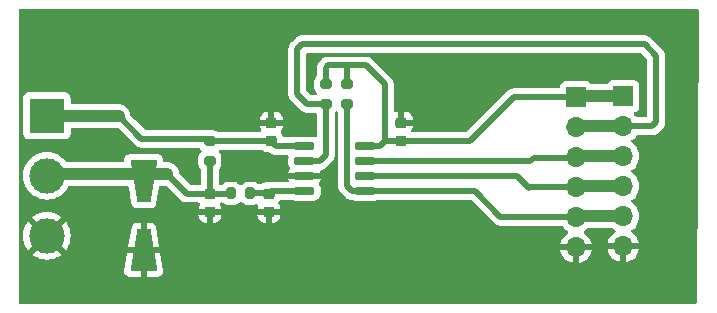
<source format=gbr>
%TF.GenerationSoftware,KiCad,Pcbnew,7.0.2*%
%TF.CreationDate,2023-10-12T22:53:16+02:00*%
%TF.ProjectId,tja1018-breakout,746a6131-3031-4382-9d62-7265616b6f75,rev?*%
%TF.SameCoordinates,Original*%
%TF.FileFunction,Copper,L1,Top*%
%TF.FilePolarity,Positive*%
%FSLAX46Y46*%
G04 Gerber Fmt 4.6, Leading zero omitted, Abs format (unit mm)*
G04 Created by KiCad (PCBNEW 7.0.2) date 2023-10-12 22:53:16*
%MOMM*%
%LPD*%
G01*
G04 APERTURE LIST*
G04 Aperture macros list*
%AMRoundRect*
0 Rectangle with rounded corners*
0 $1 Rounding radius*
0 $2 $3 $4 $5 $6 $7 $8 $9 X,Y pos of 4 corners*
0 Add a 4 corners polygon primitive as box body*
4,1,4,$2,$3,$4,$5,$6,$7,$8,$9,$2,$3,0*
0 Add four circle primitives for the rounded corners*
1,1,$1+$1,$2,$3*
1,1,$1+$1,$4,$5*
1,1,$1+$1,$6,$7*
1,1,$1+$1,$8,$9*
0 Add four rect primitives between the rounded corners*
20,1,$1+$1,$2,$3,$4,$5,0*
20,1,$1+$1,$4,$5,$6,$7,0*
20,1,$1+$1,$6,$7,$8,$9,0*
20,1,$1+$1,$8,$9,$2,$3,0*%
%AMOutline4P*
0 Free polygon, 4 corners , with rotation*
0 The origin of the aperture is its center*
0 number of corners: always 4*
0 $1 to $8 corner X, Y*
0 $9 Rotation angle, in degrees counterclockwise*
0 create outline with 4 corners*
4,1,4,$1,$2,$3,$4,$5,$6,$7,$8,$1,$2,$9*%
G04 Aperture macros list end*
%TA.AperFunction,ComponentPad*%
%ADD10R,1.700000X1.700000*%
%TD*%
%TA.AperFunction,ComponentPad*%
%ADD11O,1.700000X1.700000*%
%TD*%
%TA.AperFunction,SMDPad,CuDef*%
%ADD12Outline4P,-1.800000X-1.150000X1.800000X-0.550000X1.800000X0.550000X-1.800000X1.150000X90.000000*%
%TD*%
%TA.AperFunction,SMDPad,CuDef*%
%ADD13Outline4P,-1.800000X-1.150000X1.800000X-0.550000X1.800000X0.550000X-1.800000X1.150000X270.000000*%
%TD*%
%TA.AperFunction,SMDPad,CuDef*%
%ADD14RoundRect,0.200000X-0.275000X0.200000X-0.275000X-0.200000X0.275000X-0.200000X0.275000X0.200000X0*%
%TD*%
%TA.AperFunction,SMDPad,CuDef*%
%ADD15RoundRect,0.200000X-0.200000X-0.275000X0.200000X-0.275000X0.200000X0.275000X-0.200000X0.275000X0*%
%TD*%
%TA.AperFunction,SMDPad,CuDef*%
%ADD16RoundRect,0.150000X-0.725000X-0.150000X0.725000X-0.150000X0.725000X0.150000X-0.725000X0.150000X0*%
%TD*%
%TA.AperFunction,ComponentPad*%
%ADD17R,3.000000X3.000000*%
%TD*%
%TA.AperFunction,ComponentPad*%
%ADD18C,3.000000*%
%TD*%
%TA.AperFunction,SMDPad,CuDef*%
%ADD19RoundRect,0.225000X0.250000X-0.225000X0.250000X0.225000X-0.250000X0.225000X-0.250000X-0.225000X0*%
%TD*%
%TA.AperFunction,SMDPad,CuDef*%
%ADD20RoundRect,0.225000X-0.250000X0.225000X-0.250000X-0.225000X0.250000X-0.225000X0.250000X0.225000X0*%
%TD*%
%TA.AperFunction,Conductor*%
%ADD21C,0.500000*%
%TD*%
%TA.AperFunction,Conductor*%
%ADD22C,0.250000*%
%TD*%
%TA.AperFunction,Conductor*%
%ADD23C,1.000000*%
%TD*%
G04 APERTURE END LIST*
D10*
%TO.P,J103,1,Pin_1*%
%TO.N,VCC*%
X107000000Y-82805000D03*
D11*
%TO.P,J103,2,Pin_2*%
%TO.N,Net-(J102-Pin_2)*%
X107000000Y-85345000D03*
%TO.P,J103,3,Pin_3*%
%TO.N,Net-(J102-Pin_3)*%
X107000000Y-87885000D03*
%TO.P,J103,4,Pin_4*%
%TO.N,Net-(J102-Pin_4)*%
X107000000Y-90425000D03*
%TO.P,J103,5,Pin_5*%
%TO.N,Net-(J102-Pin_5)*%
X107000000Y-92965000D03*
%TO.P,J103,6,Pin_6*%
%TO.N,GND*%
X107000000Y-95505000D03*
%TD*%
D10*
%TO.P,J102,1,Pin_1*%
%TO.N,VCC*%
X103000000Y-82890000D03*
D11*
%TO.P,J102,2,Pin_2*%
%TO.N,Net-(J102-Pin_2)*%
X103000000Y-85430000D03*
%TO.P,J102,3,Pin_3*%
%TO.N,Net-(J102-Pin_3)*%
X103000000Y-87970000D03*
%TO.P,J102,4,Pin_4*%
%TO.N,Net-(J102-Pin_4)*%
X103000000Y-90510000D03*
%TO.P,J102,5,Pin_5*%
%TO.N,Net-(J102-Pin_5)*%
X103000000Y-93050000D03*
%TO.P,J102,6,Pin_6*%
%TO.N,GND*%
X103000000Y-95590000D03*
%TD*%
D12*
%TO.P,D101,1,A1*%
%TO.N,GND*%
X66400000Y-95800000D03*
D13*
%TO.P,D101,2,A2*%
%TO.N,Net-(D101-A2)*%
X66400000Y-90000000D03*
%TD*%
D14*
%TO.P,R104,1*%
%TO.N,VCC*%
X81800000Y-81800000D03*
%TO.P,R104,2*%
%TO.N,Net-(J102-Pin_2)*%
X81800000Y-83450000D03*
%TD*%
%TO.P,R103,2*%
%TO.N,Net-(J102-Pin_5)*%
X83600000Y-83450000D03*
%TO.P,R103,1*%
%TO.N,VCC*%
X83600000Y-81800000D03*
%TD*%
D15*
%TO.P,R102,1*%
%TO.N,Net-(D101-A2)*%
X73775000Y-91025000D03*
%TO.P,R102,2*%
%TO.N,Net-(U101-LIN)*%
X75425000Y-91025000D03*
%TD*%
D14*
%TO.P,R101,1*%
%TO.N,+BATT*%
X72000000Y-86600000D03*
%TO.P,R101,2*%
%TO.N,Net-(D101-A2)*%
X72000000Y-88250000D03*
%TD*%
D16*
%TO.P,U101,1,VBAT*%
%TO.N,+BATT*%
X80000000Y-87025000D03*
%TO.P,U101,2,EN*%
%TO.N,Net-(J102-Pin_2)*%
X80000000Y-88295000D03*
%TO.P,U101,3,GND*%
%TO.N,GND*%
X80000000Y-89565000D03*
%TO.P,U101,4,LIN*%
%TO.N,Net-(U101-LIN)*%
X80000000Y-90835000D03*
%TO.P,U101,5,RXD*%
%TO.N,Net-(J102-Pin_5)*%
X85150000Y-90835000D03*
%TO.P,U101,6,TXD*%
%TO.N,Net-(J102-Pin_4)*%
X85150000Y-89565000D03*
%TO.P,U101,7,RSTN*%
%TO.N,Net-(J102-Pin_3)*%
X85150000Y-88295000D03*
%TO.P,U101,8,VCC*%
%TO.N,VCC*%
X85150000Y-87025000D03*
%TD*%
D17*
%TO.P,J101,1,Pin_1*%
%TO.N,+BATT*%
X58200000Y-84465000D03*
D18*
%TO.P,J101,2,Pin_2*%
%TO.N,Net-(D101-A2)*%
X58200000Y-89545000D03*
%TO.P,J101,3,Pin_3*%
%TO.N,GND*%
X58200000Y-94625000D03*
%TD*%
D19*
%TO.P,C104,1*%
%TO.N,VCC*%
X88200000Y-86600000D03*
%TO.P,C104,2*%
%TO.N,GND*%
X88200000Y-85050000D03*
%TD*%
%TO.P,C103,1*%
%TO.N,+BATT*%
X77200000Y-86600000D03*
%TO.P,C103,2*%
%TO.N,GND*%
X77200000Y-85050000D03*
%TD*%
D20*
%TO.P,C102,1*%
%TO.N,Net-(U101-LIN)*%
X77000000Y-91050000D03*
%TO.P,C102,2*%
%TO.N,GND*%
X77000000Y-92600000D03*
%TD*%
%TO.P,C101,1*%
%TO.N,Net-(D101-A2)*%
X72000000Y-91050000D03*
%TO.P,C101,2*%
%TO.N,GND*%
X72000000Y-92600000D03*
%TD*%
D21*
%TO.N,Net-(D101-A2)*%
X72000000Y-88250000D02*
X72000000Y-91050000D01*
D22*
%TO.N,Net-(U101-LIN)*%
X77215000Y-90835000D02*
X77000000Y-91050000D01*
D21*
X80000000Y-90835000D02*
X77215000Y-90835000D01*
%TO.N,Net-(J102-Pin_5)*%
X102950000Y-93000000D02*
X103000000Y-93050000D01*
X96600000Y-93000000D02*
X102950000Y-93000000D01*
X94435000Y-90835000D02*
X96600000Y-93000000D01*
X85150000Y-90835000D02*
X94435000Y-90835000D01*
%TO.N,Net-(J102-Pin_4)*%
X99000000Y-90600000D02*
X99090000Y-90510000D01*
X97965000Y-89565000D02*
X99000000Y-90600000D01*
X85150000Y-89565000D02*
X97965000Y-89565000D01*
X99090000Y-90510000D02*
X103000000Y-90510000D01*
%TO.N,Net-(J102-Pin_2)*%
X109455000Y-85345000D02*
X107000000Y-85345000D01*
X109800000Y-85000000D02*
X109455000Y-85345000D01*
X109800000Y-79400000D02*
X109800000Y-85000000D01*
X108800000Y-78400000D02*
X109800000Y-79400000D01*
X79800000Y-78400000D02*
X108800000Y-78400000D01*
X79400000Y-78800000D02*
X79800000Y-78400000D01*
X79400000Y-82600000D02*
X79400000Y-78800000D01*
X80250000Y-83450000D02*
X79400000Y-82600000D01*
X81800000Y-83450000D02*
X80250000Y-83450000D01*
%TO.N,Net-(J102-Pin_3)*%
X102970000Y-88000000D02*
X103000000Y-87970000D01*
X99400000Y-88000000D02*
X102970000Y-88000000D01*
X99105000Y-88295000D02*
X99400000Y-88000000D01*
X85150000Y-88295000D02*
X99105000Y-88295000D01*
%TO.N,VCC*%
X94000000Y-86600000D02*
X88200000Y-86600000D01*
X97710000Y-82890000D02*
X94000000Y-86600000D01*
X103000000Y-82890000D02*
X97710000Y-82890000D01*
D23*
%TO.N,Net-(J102-Pin_5)*%
X103085000Y-92965000D02*
X103000000Y-93050000D01*
X107000000Y-92965000D02*
X103085000Y-92965000D01*
%TO.N,Net-(J102-Pin_4)*%
X103085000Y-90425000D02*
X103000000Y-90510000D01*
X107000000Y-90425000D02*
X103085000Y-90425000D01*
%TO.N,Net-(J102-Pin_3)*%
X103085000Y-87885000D02*
X103000000Y-87970000D01*
X107000000Y-87885000D02*
X103085000Y-87885000D01*
%TO.N,Net-(J102-Pin_2)*%
X103085000Y-85345000D02*
X103000000Y-85430000D01*
X107000000Y-85345000D02*
X103085000Y-85345000D01*
%TO.N,VCC*%
X103085000Y-82805000D02*
X103000000Y-82890000D01*
X107000000Y-82805000D02*
X103085000Y-82805000D01*
D21*
X88200000Y-86600000D02*
X86800000Y-86600000D01*
X83600000Y-81800000D02*
X83600000Y-80200000D01*
X82000000Y-80200000D02*
X83600000Y-80200000D01*
X83600000Y-80200000D02*
X85200000Y-80200000D01*
X86375000Y-87025000D02*
X85150000Y-87025000D01*
X86800000Y-86600000D02*
X86375000Y-87025000D01*
X86800000Y-81800000D02*
X86800000Y-86600000D01*
X85200000Y-80200000D02*
X86800000Y-81800000D01*
X81800000Y-80400000D02*
X82000000Y-80200000D01*
X81800000Y-81800000D02*
X81800000Y-80400000D01*
%TO.N,Net-(J102-Pin_5)*%
X84035000Y-90835000D02*
X85150000Y-90835000D01*
X83600000Y-90400000D02*
X84035000Y-90835000D01*
X83600000Y-83450000D02*
X83600000Y-90400000D01*
%TO.N,Net-(J102-Pin_2)*%
X81305000Y-88295000D02*
X80000000Y-88295000D01*
X81800000Y-83450000D02*
X81800000Y-87800000D01*
X81800000Y-87800000D02*
X81305000Y-88295000D01*
%TO.N,+BATT*%
X71800000Y-86400000D02*
X72000000Y-86600000D01*
X66200000Y-86400000D02*
X71800000Y-86400000D01*
X64265000Y-84465000D02*
X66200000Y-86400000D01*
D23*
X58200000Y-84465000D02*
X64265000Y-84465000D01*
D21*
X72000000Y-86600000D02*
X77200000Y-86600000D01*
X77625000Y-87025000D02*
X77200000Y-86600000D01*
X80000000Y-87025000D02*
X77625000Y-87025000D01*
D22*
%TO.N,Net-(D101-A2)*%
X58345000Y-89400000D02*
X58200000Y-89545000D01*
D23*
X68400000Y-89400000D02*
X58345000Y-89400000D01*
D21*
X70050000Y-91050000D02*
X68400000Y-89400000D01*
X72000000Y-91050000D02*
X70050000Y-91050000D01*
X73750000Y-91050000D02*
X72000000Y-91050000D01*
D22*
X73775000Y-91025000D02*
X73750000Y-91050000D01*
D21*
%TO.N,Net-(U101-LIN)*%
X76975000Y-91025000D02*
X75425000Y-91025000D01*
D22*
X77000000Y-91050000D02*
X76975000Y-91025000D01*
%TD*%
%TA.AperFunction,Conductor*%
%TO.N,GND*%
G36*
X108504809Y-79170185D02*
G01*
X108525451Y-79186819D01*
X109013181Y-79674548D01*
X109046666Y-79735871D01*
X109049500Y-79762229D01*
X109049500Y-84470500D01*
X109029815Y-84537539D01*
X108977011Y-84583294D01*
X108925500Y-84594500D01*
X108187701Y-84594500D01*
X108120662Y-84574815D01*
X108086126Y-84541623D01*
X108038497Y-84473601D01*
X108000535Y-84435639D01*
X107916567Y-84351671D01*
X107883084Y-84290351D01*
X107888068Y-84220659D01*
X107929939Y-84164725D01*
X107960915Y-84147810D01*
X108092331Y-84098796D01*
X108207546Y-84012546D01*
X108293796Y-83897331D01*
X108344091Y-83762483D01*
X108350500Y-83702873D01*
X108350499Y-81907128D01*
X108344091Y-81847517D01*
X108293796Y-81712669D01*
X108207546Y-81597454D01*
X108092331Y-81511204D01*
X107957483Y-81460909D01*
X107897873Y-81454500D01*
X107894550Y-81454500D01*
X106105439Y-81454500D01*
X106105420Y-81454500D01*
X106102128Y-81454501D01*
X106098848Y-81454853D01*
X106098840Y-81454854D01*
X106042515Y-81460909D01*
X105907669Y-81511204D01*
X105792454Y-81597454D01*
X105706203Y-81712671D01*
X105702039Y-81723835D01*
X105660167Y-81779768D01*
X105594702Y-81804184D01*
X105585858Y-81804500D01*
X104360979Y-81804500D01*
X104293940Y-81784815D01*
X104261712Y-81754811D01*
X104207546Y-81682454D01*
X104092331Y-81596204D01*
X103957483Y-81545909D01*
X103897873Y-81539500D01*
X103894550Y-81539500D01*
X102105439Y-81539500D01*
X102105420Y-81539500D01*
X102102128Y-81539501D01*
X102098848Y-81539853D01*
X102098840Y-81539854D01*
X102042515Y-81545909D01*
X101907669Y-81596204D01*
X101792454Y-81682454D01*
X101706204Y-81797668D01*
X101664144Y-81910439D01*
X101655909Y-81932517D01*
X101649500Y-81992127D01*
X101649500Y-81995449D01*
X101649500Y-82015500D01*
X101629815Y-82082539D01*
X101577011Y-82128294D01*
X101525500Y-82139500D01*
X97773706Y-82139500D01*
X97755736Y-82138191D01*
X97739896Y-82135871D01*
X97731977Y-82134711D01*
X97731976Y-82134711D01*
X97682634Y-82139028D01*
X97671827Y-82139500D01*
X97666291Y-82139500D01*
X97662730Y-82139916D01*
X97662715Y-82139917D01*
X97635484Y-82143100D01*
X97631900Y-82143466D01*
X97555950Y-82150111D01*
X97536922Y-82154329D01*
X97465270Y-82180407D01*
X97461869Y-82181589D01*
X97389480Y-82205578D01*
X97371927Y-82214076D01*
X97308236Y-82255965D01*
X97305196Y-82257902D01*
X97240280Y-82297943D01*
X97225165Y-82310255D01*
X97172848Y-82365708D01*
X97170336Y-82368294D01*
X93725451Y-85813181D01*
X93664128Y-85846666D01*
X93637770Y-85849500D01*
X89169641Y-85849500D01*
X89102602Y-85829815D01*
X89056847Y-85777011D01*
X89046903Y-85707853D01*
X89064103Y-85660403D01*
X89111546Y-85583486D01*
X89164856Y-85422606D01*
X89174680Y-85326445D01*
X89175000Y-85320167D01*
X89175000Y-85300000D01*
X88074000Y-85300000D01*
X88006961Y-85280315D01*
X87961206Y-85227511D01*
X87950000Y-85176000D01*
X87950000Y-84100000D01*
X88450000Y-84100000D01*
X88450000Y-84800000D01*
X89174999Y-84800000D01*
X89174999Y-84779834D01*
X89174678Y-84773552D01*
X89164856Y-84677394D01*
X89111546Y-84516513D01*
X89022573Y-84372267D01*
X88902732Y-84252426D01*
X88758486Y-84163453D01*
X88597606Y-84110143D01*
X88501445Y-84100319D01*
X88495168Y-84100000D01*
X88450000Y-84100000D01*
X87950000Y-84100000D01*
X87904835Y-84100000D01*
X87898551Y-84100321D01*
X87802394Y-84110143D01*
X87713504Y-84139599D01*
X87643675Y-84142001D01*
X87583634Y-84106269D01*
X87552441Y-84043748D01*
X87550500Y-84021893D01*
X87550500Y-81863705D01*
X87551809Y-81845735D01*
X87551961Y-81844691D01*
X87555289Y-81821977D01*
X87550972Y-81772629D01*
X87550500Y-81761823D01*
X87550500Y-81759901D01*
X87550500Y-81756291D01*
X87546903Y-81725520D01*
X87546536Y-81721929D01*
X87539889Y-81645949D01*
X87535672Y-81626930D01*
X87509592Y-81555274D01*
X87508408Y-81551868D01*
X87494933Y-81511204D01*
X87484814Y-81480666D01*
X87484812Y-81480663D01*
X87484415Y-81479464D01*
X87475929Y-81461936D01*
X87475237Y-81460884D01*
X87475237Y-81460883D01*
X87434001Y-81398188D01*
X87432086Y-81395181D01*
X87392048Y-81330269D01*
X87379748Y-81315170D01*
X87324273Y-81262832D01*
X87321686Y-81260319D01*
X85775728Y-79714360D01*
X85763946Y-79700727D01*
X85749609Y-79681469D01*
X85711666Y-79649631D01*
X85703691Y-79642323D01*
X85702329Y-79640961D01*
X85699777Y-79638409D01*
X85675444Y-79619169D01*
X85672647Y-79616890D01*
X85614251Y-79567890D01*
X85597821Y-79557422D01*
X85528691Y-79525186D01*
X85525447Y-79523615D01*
X85457306Y-79489394D01*
X85438903Y-79482997D01*
X85364211Y-79467574D01*
X85360692Y-79466794D01*
X85286490Y-79449208D01*
X85267121Y-79447229D01*
X85190869Y-79449448D01*
X85187263Y-79449500D01*
X83625446Y-79449500D01*
X83618236Y-79449290D01*
X83556065Y-79445668D01*
X83545023Y-79447616D01*
X83523490Y-79449500D01*
X82063706Y-79449500D01*
X82045736Y-79448191D01*
X82031853Y-79446157D01*
X82021977Y-79444711D01*
X82021976Y-79444711D01*
X81972631Y-79449028D01*
X81961824Y-79449500D01*
X81956291Y-79449500D01*
X81952730Y-79449916D01*
X81952715Y-79449917D01*
X81925501Y-79453098D01*
X81921916Y-79453464D01*
X81845961Y-79460109D01*
X81826921Y-79464330D01*
X81755232Y-79490421D01*
X81751831Y-79491603D01*
X81679474Y-79515580D01*
X81661927Y-79524075D01*
X81598221Y-79565975D01*
X81595181Y-79567912D01*
X81530280Y-79607944D01*
X81515164Y-79620257D01*
X81462817Y-79675740D01*
X81460306Y-79678325D01*
X81314362Y-79824269D01*
X81300730Y-79836050D01*
X81281472Y-79850387D01*
X81249634Y-79888330D01*
X81242337Y-79896293D01*
X81240972Y-79897657D01*
X81240950Y-79897681D01*
X81238409Y-79900223D01*
X81236173Y-79903050D01*
X81236171Y-79903053D01*
X81219176Y-79924546D01*
X81216902Y-79927337D01*
X81167894Y-79985744D01*
X81157418Y-80002187D01*
X81125192Y-80071294D01*
X81123622Y-80074536D01*
X81089393Y-80142692D01*
X81082996Y-80161098D01*
X81067573Y-80235788D01*
X81066793Y-80239305D01*
X81049208Y-80313506D01*
X81047229Y-80332879D01*
X81049448Y-80409129D01*
X81049500Y-80412735D01*
X81049500Y-81033480D01*
X81029815Y-81100519D01*
X81013181Y-81121161D01*
X80969528Y-81164813D01*
X80881523Y-81310392D01*
X80830913Y-81472806D01*
X80827424Y-81511204D01*
X80824500Y-81543384D01*
X80824500Y-82056616D01*
X80824754Y-82059420D01*
X80824755Y-82059424D01*
X80830913Y-82127193D01*
X80830914Y-82127196D01*
X80881522Y-82289606D01*
X80881523Y-82289607D01*
X80969528Y-82435186D01*
X81022161Y-82487819D01*
X81055646Y-82549142D01*
X81050662Y-82618834D01*
X81008790Y-82674767D01*
X80943326Y-82699184D01*
X80934480Y-82699500D01*
X80612229Y-82699500D01*
X80545190Y-82679815D01*
X80524548Y-82663181D01*
X80186819Y-82325451D01*
X80153334Y-82264128D01*
X80150500Y-82237770D01*
X80150500Y-79274500D01*
X80170185Y-79207461D01*
X80222989Y-79161706D01*
X80274500Y-79150500D01*
X108437770Y-79150500D01*
X108504809Y-79170185D01*
G37*
%TD.AperFunction*%
%TA.AperFunction,Conductor*%
G36*
X113342043Y-75419685D02*
G01*
X113387798Y-75472489D01*
X113399000Y-75524992D01*
X113200984Y-100276992D01*
X113180764Y-100343872D01*
X113127595Y-100389203D01*
X113076988Y-100400000D01*
X55924000Y-100400000D01*
X55856961Y-100380315D01*
X55811206Y-100327511D01*
X55800000Y-100276000D01*
X55800000Y-97594359D01*
X64744889Y-97594359D01*
X64763759Y-97736889D01*
X64822020Y-97868334D01*
X64914956Y-97978040D01*
X65035036Y-98057121D01*
X65172529Y-98099166D01*
X65180957Y-98099816D01*
X65185717Y-98099999D01*
X66149999Y-98099999D01*
X66150000Y-98099998D01*
X66150000Y-96050000D01*
X66650000Y-96050000D01*
X66650000Y-98099999D01*
X67614259Y-98099999D01*
X67619044Y-98099815D01*
X67627473Y-98099165D01*
X67764961Y-98057121D01*
X67885041Y-97978040D01*
X67977976Y-97868335D01*
X68036240Y-97736889D01*
X68055110Y-97594357D01*
X68054365Y-97585934D01*
X68053761Y-97581185D01*
X67798564Y-96050000D01*
X66650000Y-96050000D01*
X66150000Y-96050000D01*
X65001436Y-96050000D01*
X64746238Y-97581187D01*
X64745633Y-97585941D01*
X64744889Y-97594359D01*
X55800000Y-97594359D01*
X55800000Y-94625000D01*
X56194890Y-94625000D01*
X56215300Y-94910357D01*
X56276111Y-95189902D01*
X56376088Y-95457952D01*
X56513193Y-95709042D01*
X56619883Y-95851562D01*
X57515195Y-94956250D01*
X57537340Y-95007587D01*
X57643433Y-95150094D01*
X57779530Y-95264294D01*
X57869216Y-95309335D01*
X56973436Y-96205115D01*
X57115958Y-96311806D01*
X57367047Y-96448911D01*
X57635097Y-96548888D01*
X57914642Y-96609699D01*
X58199999Y-96630109D01*
X58485357Y-96609699D01*
X58764902Y-96548888D01*
X59032952Y-96448911D01*
X59284041Y-96311806D01*
X59426562Y-96205115D01*
X58533748Y-95312300D01*
X58543409Y-95308784D01*
X58691844Y-95211157D01*
X58813764Y-95081930D01*
X58885768Y-94957215D01*
X59780115Y-95851562D01*
X59886806Y-95709041D01*
X59973650Y-95549999D01*
X65084768Y-95549999D01*
X65084769Y-95550000D01*
X66150000Y-95550000D01*
X66150000Y-93499999D01*
X66649999Y-93499999D01*
X66649999Y-95549999D01*
X66650001Y-95550000D01*
X67715230Y-95550000D01*
X67715230Y-95549999D01*
X67437775Y-93885268D01*
X67435807Y-93877003D01*
X67407119Y-93785035D01*
X67328040Y-93664956D01*
X67218334Y-93572020D01*
X67086889Y-93513759D01*
X66991468Y-93500583D01*
X66982978Y-93499999D01*
X66649999Y-93499999D01*
X66150000Y-93499999D01*
X65817018Y-93499999D01*
X65808542Y-93500581D01*
X65713111Y-93513759D01*
X65581663Y-93572024D01*
X65471959Y-93664957D01*
X65392880Y-93785036D01*
X65364190Y-93877010D01*
X65362224Y-93885269D01*
X65084768Y-95549999D01*
X59973650Y-95549999D01*
X60023911Y-95457952D01*
X60123888Y-95189902D01*
X60184699Y-94910357D01*
X60205109Y-94624999D01*
X60184699Y-94339642D01*
X60123888Y-94060097D01*
X60023911Y-93792047D01*
X59886806Y-93540958D01*
X59780115Y-93398436D01*
X58884803Y-94293747D01*
X58862660Y-94242413D01*
X58756567Y-94099906D01*
X58620470Y-93985706D01*
X58530781Y-93940663D01*
X59426562Y-93044883D01*
X59284042Y-92938193D01*
X59122528Y-92850000D01*
X71025001Y-92850000D01*
X71025001Y-92870165D01*
X71025321Y-92876447D01*
X71035143Y-92972605D01*
X71088453Y-93133486D01*
X71177426Y-93277732D01*
X71297267Y-93397573D01*
X71441513Y-93486546D01*
X71602393Y-93539856D01*
X71698535Y-93549678D01*
X71704852Y-93549999D01*
X71749999Y-93549999D01*
X71750000Y-93549998D01*
X71750000Y-92850000D01*
X72250000Y-92850000D01*
X72250000Y-93549999D01*
X72295165Y-93549999D01*
X72301447Y-93549678D01*
X72397605Y-93539856D01*
X72558486Y-93486546D01*
X72702732Y-93397573D01*
X72822573Y-93277732D01*
X72911546Y-93133486D01*
X72964856Y-92972606D01*
X72974680Y-92876445D01*
X72975000Y-92870167D01*
X72975000Y-92850000D01*
X76025001Y-92850000D01*
X76025001Y-92870165D01*
X76025321Y-92876447D01*
X76035143Y-92972605D01*
X76088453Y-93133486D01*
X76177426Y-93277732D01*
X76297267Y-93397573D01*
X76441513Y-93486546D01*
X76602393Y-93539856D01*
X76698535Y-93549678D01*
X76704852Y-93549999D01*
X76749999Y-93549999D01*
X76750000Y-93549998D01*
X76750000Y-92850000D01*
X77250000Y-92850000D01*
X77250000Y-93549999D01*
X77295165Y-93549999D01*
X77301447Y-93549678D01*
X77397605Y-93539856D01*
X77558486Y-93486546D01*
X77702732Y-93397573D01*
X77822573Y-93277732D01*
X77911546Y-93133486D01*
X77964856Y-92972606D01*
X77974680Y-92876445D01*
X77975000Y-92870167D01*
X77975000Y-92850000D01*
X77250000Y-92850000D01*
X76750000Y-92850000D01*
X76025001Y-92850000D01*
X72975000Y-92850000D01*
X72250000Y-92850000D01*
X71750000Y-92850000D01*
X71025001Y-92850000D01*
X59122528Y-92850000D01*
X59032952Y-92801088D01*
X58764902Y-92701111D01*
X58485357Y-92640300D01*
X58200000Y-92619890D01*
X57914642Y-92640300D01*
X57635097Y-92701111D01*
X57367047Y-92801088D01*
X57115954Y-92938195D01*
X56973437Y-93044882D01*
X56973436Y-93044883D01*
X57866251Y-93937699D01*
X57856591Y-93941216D01*
X57708156Y-94038843D01*
X57586236Y-94168070D01*
X57514231Y-94292784D01*
X56619883Y-93398436D01*
X56619882Y-93398437D01*
X56513195Y-93540954D01*
X56376088Y-93792047D01*
X56276111Y-94060097D01*
X56215300Y-94339642D01*
X56194890Y-94625000D01*
X55800000Y-94625000D01*
X55800000Y-89545000D01*
X56194389Y-89545000D01*
X56214804Y-89830429D01*
X56275629Y-90110041D01*
X56275631Y-90110046D01*
X56360017Y-90336294D01*
X56375634Y-90378163D01*
X56512772Y-90629313D01*
X56536049Y-90660407D01*
X56684261Y-90858395D01*
X56886605Y-91060739D01*
X57025159Y-91164459D01*
X57115686Y-91232227D01*
X57201273Y-91278961D01*
X57366839Y-91369367D01*
X57634954Y-91469369D01*
X57634957Y-91469369D01*
X57634958Y-91469370D01*
X57672690Y-91477578D01*
X57914572Y-91530196D01*
X58200000Y-91550610D01*
X58485428Y-91530196D01*
X58765046Y-91469369D01*
X59033161Y-91369367D01*
X59284315Y-91232226D01*
X59513395Y-91060739D01*
X59715739Y-90858395D01*
X59887226Y-90629315D01*
X59976909Y-90465072D01*
X60026314Y-90415668D01*
X60085741Y-90400500D01*
X65004302Y-90400500D01*
X65071341Y-90420185D01*
X65117096Y-90472989D01*
X65126615Y-90504115D01*
X65353404Y-91864855D01*
X65362437Y-91919050D01*
X65364763Y-91926508D01*
X65392423Y-92015180D01*
X65471581Y-92135379D01*
X65543878Y-92196623D01*
X65581397Y-92228406D01*
X65712973Y-92286726D01*
X65812725Y-92300500D01*
X66987276Y-92300501D01*
X67087027Y-92286726D01*
X67218603Y-92228406D01*
X67328418Y-92135378D01*
X67407577Y-92015180D01*
X67437562Y-91919051D01*
X67673384Y-90504114D01*
X67703823Y-90441223D01*
X67763431Y-90404772D01*
X67795698Y-90400500D01*
X68287770Y-90400500D01*
X68354809Y-90420185D01*
X68375451Y-90436819D01*
X69474267Y-91535634D01*
X69486048Y-91549266D01*
X69500389Y-91568529D01*
X69500390Y-91568530D01*
X69523319Y-91587770D01*
X69538339Y-91600373D01*
X69546314Y-91607681D01*
X69550223Y-91611590D01*
X69553055Y-91613829D01*
X69553065Y-91613838D01*
X69574542Y-91630819D01*
X69577298Y-91633063D01*
X69634786Y-91681302D01*
X69634788Y-91681303D01*
X69635757Y-91682116D01*
X69652177Y-91692576D01*
X69653321Y-91693109D01*
X69653323Y-91693111D01*
X69721357Y-91724835D01*
X69724456Y-91726335D01*
X69791567Y-91760040D01*
X69792704Y-91760611D01*
X69811084Y-91766998D01*
X69812321Y-91767253D01*
X69812327Y-91767256D01*
X69885862Y-91782439D01*
X69889209Y-91783181D01*
X69962279Y-91800500D01*
X69962281Y-91800500D01*
X69963505Y-91800790D01*
X69982876Y-91802769D01*
X69984140Y-91802732D01*
X69984144Y-91802733D01*
X70059110Y-91800552D01*
X70062716Y-91800500D01*
X71030359Y-91800500D01*
X71097398Y-91820185D01*
X71143153Y-91872989D01*
X71153097Y-91942147D01*
X71135897Y-91989597D01*
X71088453Y-92066513D01*
X71035143Y-92227393D01*
X71025319Y-92323554D01*
X71025000Y-92329832D01*
X71025000Y-92350000D01*
X72974999Y-92350000D01*
X72974999Y-92329834D01*
X72974678Y-92323552D01*
X72964856Y-92227394D01*
X72911546Y-92066513D01*
X72864103Y-91989597D01*
X72845662Y-91922205D01*
X72866584Y-91855541D01*
X72920226Y-91810772D01*
X72969641Y-91800500D01*
X73033480Y-91800500D01*
X73100519Y-91820185D01*
X73121161Y-91836819D01*
X73139813Y-91855471D01*
X73139815Y-91855472D01*
X73285394Y-91943478D01*
X73447804Y-91994086D01*
X73518384Y-92000500D01*
X73521203Y-92000500D01*
X74028797Y-92000500D01*
X74031616Y-92000500D01*
X74102196Y-91994086D01*
X74264606Y-91943478D01*
X74410185Y-91855472D01*
X74454885Y-91810772D01*
X74512319Y-91753339D01*
X74573642Y-91719854D01*
X74643334Y-91724838D01*
X74687681Y-91753339D01*
X74789813Y-91855471D01*
X74789815Y-91855472D01*
X74935394Y-91943478D01*
X75097804Y-91994086D01*
X75168384Y-92000500D01*
X75171203Y-92000500D01*
X75678797Y-92000500D01*
X75681616Y-92000500D01*
X75752196Y-91994086D01*
X75914606Y-91943478D01*
X75914609Y-91943475D01*
X75923380Y-91940743D01*
X75993240Y-91939593D01*
X76052633Y-91976394D01*
X76082701Y-92039463D01*
X76077976Y-92098133D01*
X76035143Y-92227393D01*
X76025319Y-92323554D01*
X76025000Y-92329832D01*
X76025000Y-92350000D01*
X77974999Y-92350000D01*
X77974999Y-92329834D01*
X77974678Y-92323552D01*
X77964856Y-92227394D01*
X77911546Y-92066513D01*
X77822574Y-91922269D01*
X77813341Y-91913036D01*
X77779854Y-91851714D01*
X77784837Y-91782022D01*
X77813339Y-91737672D01*
X77822968Y-91728044D01*
X77874558Y-91644403D01*
X77926507Y-91597678D01*
X77980097Y-91585500D01*
X78992673Y-91585500D01*
X79027268Y-91590424D01*
X79172427Y-91632597D01*
X79172431Y-91632598D01*
X79209306Y-91635500D01*
X79211751Y-91635500D01*
X80788249Y-91635500D01*
X80790694Y-91635500D01*
X80827569Y-91632598D01*
X80985398Y-91586744D01*
X81126865Y-91503081D01*
X81243081Y-91386865D01*
X81326744Y-91245398D01*
X81372598Y-91087569D01*
X81375500Y-91050694D01*
X81375500Y-90619306D01*
X81372598Y-90582431D01*
X81363988Y-90552797D01*
X81326744Y-90424602D01*
X81278468Y-90342972D01*
X81243081Y-90283135D01*
X81243080Y-90283134D01*
X81235107Y-90269652D01*
X81237007Y-90268527D01*
X81213788Y-90226004D01*
X81218772Y-90156312D01*
X81235397Y-90130447D01*
X81234709Y-90130040D01*
X81326280Y-89975200D01*
X81372099Y-89817488D01*
X81372295Y-89815000D01*
X78627704Y-89815000D01*
X78627900Y-89817492D01*
X78659397Y-89925905D01*
X78659198Y-89995775D01*
X78621256Y-90054445D01*
X78557617Y-90083288D01*
X78540321Y-90084500D01*
X77171291Y-90084500D01*
X77167726Y-90084916D01*
X77167720Y-90084917D01*
X77050126Y-90098662D01*
X77035731Y-90099500D01*
X76704805Y-90099500D01*
X76704785Y-90099500D01*
X76701656Y-90099501D01*
X76698524Y-90099820D01*
X76698522Y-90099821D01*
X76602292Y-90109650D01*
X76441300Y-90162997D01*
X76290460Y-90256038D01*
X76225363Y-90274500D01*
X76191519Y-90274500D01*
X76124480Y-90254815D01*
X76103837Y-90238180D01*
X76060186Y-90194528D01*
X75972179Y-90141326D01*
X75914606Y-90106522D01*
X75752196Y-90055914D01*
X75752193Y-90055913D01*
X75684424Y-90049755D01*
X75684420Y-90049754D01*
X75681616Y-90049500D01*
X75168384Y-90049500D01*
X75165580Y-90049754D01*
X75165575Y-90049755D01*
X75097806Y-90055913D01*
X75016599Y-90081217D01*
X74935394Y-90106522D01*
X74935392Y-90106522D01*
X74935392Y-90106523D01*
X74789813Y-90194528D01*
X74687681Y-90296661D01*
X74626358Y-90330146D01*
X74556666Y-90325162D01*
X74512319Y-90296661D01*
X74410186Y-90194528D01*
X74322179Y-90141326D01*
X74264606Y-90106522D01*
X74102196Y-90055914D01*
X74102193Y-90055913D01*
X74034424Y-90049755D01*
X74034420Y-90049754D01*
X74031616Y-90049500D01*
X73518384Y-90049500D01*
X73515580Y-90049754D01*
X73515575Y-90049755D01*
X73447806Y-90055913D01*
X73366599Y-90081217D01*
X73285394Y-90106522D01*
X73285392Y-90106522D01*
X73285392Y-90106523D01*
X73139815Y-90194527D01*
X73108339Y-90226004D01*
X73071160Y-90263182D01*
X73009840Y-90296666D01*
X72983481Y-90299500D01*
X72874500Y-90299500D01*
X72807461Y-90279815D01*
X72761706Y-90227011D01*
X72750500Y-90175500D01*
X72750500Y-89016519D01*
X72770185Y-88949480D01*
X72786820Y-88928837D01*
X72830471Y-88885186D01*
X72844807Y-88861472D01*
X72918478Y-88739606D01*
X72969086Y-88577196D01*
X72975500Y-88506616D01*
X72975500Y-87993384D01*
X72969086Y-87922804D01*
X72918478Y-87760394D01*
X72830472Y-87614815D01*
X72830471Y-87614813D01*
X72777839Y-87562181D01*
X72744354Y-87500858D01*
X72749338Y-87431166D01*
X72791210Y-87375233D01*
X72856674Y-87350816D01*
X72865520Y-87350500D01*
X76398125Y-87350500D01*
X76465164Y-87370185D01*
X76485806Y-87386819D01*
X76496955Y-87397968D01*
X76641300Y-87487002D01*
X76641302Y-87487002D01*
X76641303Y-87487003D01*
X76802292Y-87540349D01*
X76901655Y-87550500D01*
X77037796Y-87550499D01*
X77104836Y-87570183D01*
X77120231Y-87581867D01*
X77122665Y-87584033D01*
X77125223Y-87586591D01*
X77149556Y-87605830D01*
X77152335Y-87608095D01*
X77210752Y-87657113D01*
X77227179Y-87667578D01*
X77296320Y-87699819D01*
X77299567Y-87701391D01*
X77367699Y-87735609D01*
X77386087Y-87742000D01*
X77387323Y-87742255D01*
X77387327Y-87742257D01*
X77460895Y-87757447D01*
X77464242Y-87758189D01*
X77537279Y-87775500D01*
X77537281Y-87775500D01*
X77538509Y-87775791D01*
X77557878Y-87777770D01*
X77559140Y-87777733D01*
X77559144Y-87777734D01*
X77631533Y-87775627D01*
X77634131Y-87775552D01*
X77637737Y-87775500D01*
X78539800Y-87775500D01*
X78606839Y-87795185D01*
X78652594Y-87847989D01*
X78662538Y-87917147D01*
X78658876Y-87934095D01*
X78627402Y-88042427D01*
X78624691Y-88076871D01*
X78624690Y-88076886D01*
X78624500Y-88079306D01*
X78624500Y-88510694D01*
X78624690Y-88513114D01*
X78624691Y-88513128D01*
X78627402Y-88547572D01*
X78673255Y-88705397D01*
X78764893Y-88860348D01*
X78762991Y-88861472D01*
X78786211Y-88903995D01*
X78781227Y-88973687D01*
X78764603Y-88999554D01*
X78765291Y-88999961D01*
X78673719Y-89154799D01*
X78627900Y-89312511D01*
X78627704Y-89314999D01*
X78627705Y-89315000D01*
X81372295Y-89315000D01*
X81372295Y-89314999D01*
X81372099Y-89312507D01*
X81337715Y-89194155D01*
X81337914Y-89124285D01*
X81375856Y-89065616D01*
X81439495Y-89036772D01*
X81445988Y-89036032D01*
X81457797Y-89034999D01*
X81457797Y-89034998D01*
X81459052Y-89034889D01*
X81478062Y-89030674D01*
X81479250Y-89030241D01*
X81479255Y-89030241D01*
X81549820Y-89004557D01*
X81553095Y-89003419D01*
X81624334Y-88979814D01*
X81624336Y-88979812D01*
X81625536Y-88979415D01*
X81643063Y-88970929D01*
X81644112Y-88970238D01*
X81644117Y-88970237D01*
X81706806Y-88929005D01*
X81709798Y-88927099D01*
X81773656Y-88887712D01*
X81773656Y-88887711D01*
X81774729Y-88887050D01*
X81789824Y-88874753D01*
X81790692Y-88873832D01*
X81790696Y-88873830D01*
X81842184Y-88819254D01*
X81844630Y-88816736D01*
X82285642Y-88375724D01*
X82299260Y-88363954D01*
X82318530Y-88349610D01*
X82350366Y-88311667D01*
X82357680Y-88303688D01*
X82358264Y-88303103D01*
X82361591Y-88299777D01*
X82380833Y-88275439D01*
X82383090Y-88272670D01*
X82397853Y-88255075D01*
X82431302Y-88215214D01*
X82431303Y-88215211D01*
X82432115Y-88214244D01*
X82442573Y-88197827D01*
X82443106Y-88196682D01*
X82443111Y-88196677D01*
X82474833Y-88128646D01*
X82476362Y-88125488D01*
X82510040Y-88058433D01*
X82510040Y-88058432D01*
X82510612Y-88057294D01*
X82517000Y-88038915D01*
X82517255Y-88037675D01*
X82517257Y-88037673D01*
X82532435Y-87964157D01*
X82533200Y-87960708D01*
X82550500Y-87887721D01*
X82550500Y-87887718D01*
X82550791Y-87886491D01*
X82552770Y-87867120D01*
X82552733Y-87865858D01*
X82552734Y-87865855D01*
X82550552Y-87790868D01*
X82550500Y-87787262D01*
X82550500Y-84216519D01*
X82570185Y-84149480D01*
X82586812Y-84128844D01*
X82612320Y-84103336D01*
X82673639Y-84069853D01*
X82743330Y-84074836D01*
X82787679Y-84103336D01*
X82813181Y-84128838D01*
X82846666Y-84190159D01*
X82849500Y-84216519D01*
X82849500Y-90336294D01*
X82848191Y-90354264D01*
X82844711Y-90378023D01*
X82849028Y-90427368D01*
X82849500Y-90438175D01*
X82849500Y-90443709D01*
X82849916Y-90447272D01*
X82849917Y-90447282D01*
X82853098Y-90474496D01*
X82853464Y-90478082D01*
X82860109Y-90554041D01*
X82864329Y-90573071D01*
X82864758Y-90574251D01*
X82864759Y-90574255D01*
X82890413Y-90644742D01*
X82891582Y-90648107D01*
X82915580Y-90720524D01*
X82924075Y-90738072D01*
X82965979Y-90801784D01*
X82967889Y-90804782D01*
X83007288Y-90868656D01*
X83007952Y-90869732D01*
X83020253Y-90884830D01*
X83021168Y-90885693D01*
X83021170Y-90885696D01*
X83075708Y-90937150D01*
X83078295Y-90939663D01*
X83459269Y-91320637D01*
X83471051Y-91334270D01*
X83485390Y-91353531D01*
X83523338Y-91385373D01*
X83531313Y-91392681D01*
X83535223Y-91396591D01*
X83559556Y-91415830D01*
X83562335Y-91418095D01*
X83620752Y-91467113D01*
X83637179Y-91477578D01*
X83706320Y-91509819D01*
X83709567Y-91511391D01*
X83777699Y-91545609D01*
X83796087Y-91552000D01*
X83797323Y-91552255D01*
X83797327Y-91552257D01*
X83870895Y-91567447D01*
X83874242Y-91568189D01*
X83947279Y-91585500D01*
X83947281Y-91585500D01*
X83948509Y-91585791D01*
X83967878Y-91587770D01*
X83969140Y-91587733D01*
X83969144Y-91587734D01*
X84041533Y-91585627D01*
X84044131Y-91585552D01*
X84047737Y-91585500D01*
X84142673Y-91585500D01*
X84177268Y-91590424D01*
X84322427Y-91632597D01*
X84322431Y-91632598D01*
X84359306Y-91635500D01*
X84361751Y-91635500D01*
X85938249Y-91635500D01*
X85940694Y-91635500D01*
X85977569Y-91632598D01*
X86071924Y-91605185D01*
X86122732Y-91590424D01*
X86157327Y-91585500D01*
X94072770Y-91585500D01*
X94139809Y-91605185D01*
X94160451Y-91621819D01*
X96024267Y-93485634D01*
X96036048Y-93499266D01*
X96050389Y-93518529D01*
X96088339Y-93550373D01*
X96096314Y-93557681D01*
X96100223Y-93561590D01*
X96103055Y-93563829D01*
X96103065Y-93563838D01*
X96124542Y-93580819D01*
X96127298Y-93583063D01*
X96184786Y-93631302D01*
X96184788Y-93631303D01*
X96185757Y-93632116D01*
X96202177Y-93642576D01*
X96203321Y-93643109D01*
X96203323Y-93643111D01*
X96271357Y-93674835D01*
X96274456Y-93676335D01*
X96341567Y-93710040D01*
X96342704Y-93710611D01*
X96361084Y-93716998D01*
X96362321Y-93717253D01*
X96362327Y-93717256D01*
X96435862Y-93732439D01*
X96439209Y-93733181D01*
X96512279Y-93750500D01*
X96512281Y-93750500D01*
X96513505Y-93750790D01*
X96532876Y-93752769D01*
X96534140Y-93752732D01*
X96534144Y-93752733D01*
X96609110Y-93750552D01*
X96612716Y-93750500D01*
X101777289Y-93750500D01*
X101844328Y-93770185D01*
X101878863Y-93803376D01*
X101961505Y-93921401D01*
X102128599Y-94088495D01*
X102314596Y-94218732D01*
X102358219Y-94273307D01*
X102365412Y-94342806D01*
X102333890Y-94405160D01*
X102314595Y-94421880D01*
X102128919Y-94551892D01*
X101961890Y-94718921D01*
X101826400Y-94912421D01*
X101726569Y-95126507D01*
X101669364Y-95339999D01*
X101669364Y-95340000D01*
X102566314Y-95340000D01*
X102540507Y-95380156D01*
X102500000Y-95518111D01*
X102500000Y-95661889D01*
X102540507Y-95799844D01*
X102566314Y-95840000D01*
X101669364Y-95840000D01*
X101726569Y-96053492D01*
X101826399Y-96267576D01*
X101961893Y-96461081D01*
X102128918Y-96628106D01*
X102322423Y-96763600D01*
X102536509Y-96863430D01*
X102750000Y-96920634D01*
X102750000Y-96025501D01*
X102857685Y-96074680D01*
X102964237Y-96090000D01*
X103035763Y-96090000D01*
X103142315Y-96074680D01*
X103250000Y-96025501D01*
X103250000Y-96920633D01*
X103463490Y-96863430D01*
X103677576Y-96763600D01*
X103871081Y-96628106D01*
X104038106Y-96461081D01*
X104173600Y-96267576D01*
X104273430Y-96053492D01*
X104330636Y-95840000D01*
X103433686Y-95840000D01*
X103459493Y-95799844D01*
X103500000Y-95661889D01*
X103500000Y-95518111D01*
X103459493Y-95380156D01*
X103433686Y-95340000D01*
X104330636Y-95340000D01*
X104330635Y-95339999D01*
X104273430Y-95126507D01*
X104173599Y-94912421D01*
X104038109Y-94718921D01*
X103871081Y-94551893D01*
X103685404Y-94421880D01*
X103641780Y-94367303D01*
X103634587Y-94297804D01*
X103666109Y-94235450D01*
X103685399Y-94218734D01*
X103871401Y-94088495D01*
X103958076Y-94001819D01*
X104019400Y-93968334D01*
X104045758Y-93965500D01*
X106039242Y-93965500D01*
X106106281Y-93985185D01*
X106126923Y-94001819D01*
X106128599Y-94003495D01*
X106314596Y-94133732D01*
X106358219Y-94188307D01*
X106365412Y-94257806D01*
X106333890Y-94320160D01*
X106314595Y-94336880D01*
X106128919Y-94466892D01*
X105961890Y-94633921D01*
X105826400Y-94827421D01*
X105726569Y-95041507D01*
X105669364Y-95254999D01*
X105669364Y-95255000D01*
X106566314Y-95255000D01*
X106540507Y-95295156D01*
X106500000Y-95433111D01*
X106500000Y-95576889D01*
X106540507Y-95714844D01*
X106566314Y-95755000D01*
X105669364Y-95755000D01*
X105726569Y-95968492D01*
X105826399Y-96182576D01*
X105961893Y-96376081D01*
X106128918Y-96543106D01*
X106322423Y-96678600D01*
X106536509Y-96778430D01*
X106750000Y-96835634D01*
X106750000Y-95940501D01*
X106857685Y-95989680D01*
X106964237Y-96005000D01*
X107035763Y-96005000D01*
X107142315Y-95989680D01*
X107250000Y-95940501D01*
X107250000Y-96835633D01*
X107463490Y-96778430D01*
X107677576Y-96678600D01*
X107871081Y-96543106D01*
X108038106Y-96376081D01*
X108173600Y-96182576D01*
X108273430Y-95968492D01*
X108330636Y-95755000D01*
X107433686Y-95755000D01*
X107459493Y-95714844D01*
X107500000Y-95576889D01*
X107500000Y-95433111D01*
X107459493Y-95295156D01*
X107433686Y-95255000D01*
X108330636Y-95255000D01*
X108330635Y-95254999D01*
X108273430Y-95041507D01*
X108173599Y-94827421D01*
X108038109Y-94633921D01*
X107871081Y-94466893D01*
X107685404Y-94336880D01*
X107641780Y-94282303D01*
X107634587Y-94212804D01*
X107666109Y-94150450D01*
X107685399Y-94133734D01*
X107871401Y-94003495D01*
X108038495Y-93836401D01*
X108174035Y-93642830D01*
X108273903Y-93428663D01*
X108335063Y-93200408D01*
X108355659Y-92965000D01*
X108335063Y-92729592D01*
X108273903Y-92501337D01*
X108174035Y-92287171D01*
X108038495Y-92093599D01*
X107871401Y-91926505D01*
X107685839Y-91796573D01*
X107642216Y-91741998D01*
X107635022Y-91672500D01*
X107666545Y-91610145D01*
X107685837Y-91593428D01*
X107871401Y-91463495D01*
X108038495Y-91296401D01*
X108174035Y-91102830D01*
X108273903Y-90888663D01*
X108335063Y-90660408D01*
X108355659Y-90425000D01*
X108353515Y-90400500D01*
X108335063Y-90189592D01*
X108313749Y-90110046D01*
X108273903Y-89961337D01*
X108174035Y-89747171D01*
X108038495Y-89553599D01*
X107871401Y-89386505D01*
X107685839Y-89256573D01*
X107642216Y-89201998D01*
X107635022Y-89132500D01*
X107666545Y-89070145D01*
X107685837Y-89053428D01*
X107871401Y-88923495D01*
X108038495Y-88756401D01*
X108174035Y-88562830D01*
X108273903Y-88348663D01*
X108335063Y-88120408D01*
X108355659Y-87885000D01*
X108335063Y-87649592D01*
X108273903Y-87421337D01*
X108174035Y-87207171D01*
X108038495Y-87013599D01*
X107871401Y-86846505D01*
X107685839Y-86716573D01*
X107642216Y-86661998D01*
X107635022Y-86592500D01*
X107666545Y-86530145D01*
X107685837Y-86513428D01*
X107871401Y-86383495D01*
X108038495Y-86216401D01*
X108086127Y-86148374D01*
X108140703Y-86104751D01*
X108187701Y-86095500D01*
X109391294Y-86095500D01*
X109409264Y-86096809D01*
X109413320Y-86097402D01*
X109433023Y-86100289D01*
X109482368Y-86095972D01*
X109493176Y-86095500D01*
X109495100Y-86095500D01*
X109498709Y-86095500D01*
X109529550Y-86091894D01*
X109533031Y-86091539D01*
X109607797Y-86084999D01*
X109607797Y-86084998D01*
X109609052Y-86084889D01*
X109628062Y-86080674D01*
X109629250Y-86080241D01*
X109629255Y-86080241D01*
X109699820Y-86054557D01*
X109703095Y-86053419D01*
X109774334Y-86029814D01*
X109774336Y-86029812D01*
X109775536Y-86029415D01*
X109793063Y-86020929D01*
X109794112Y-86020238D01*
X109794117Y-86020237D01*
X109856806Y-85979005D01*
X109859798Y-85977099D01*
X109923656Y-85937712D01*
X109923656Y-85937711D01*
X109924729Y-85937050D01*
X109939824Y-85924753D01*
X109940692Y-85923832D01*
X109940696Y-85923830D01*
X109992187Y-85869251D01*
X109994633Y-85866733D01*
X110285641Y-85575724D01*
X110299260Y-85563954D01*
X110318530Y-85549610D01*
X110350370Y-85511662D01*
X110357686Y-85503681D01*
X110358264Y-85503102D01*
X110361591Y-85499776D01*
X110380853Y-85475413D01*
X110383076Y-85472686D01*
X110389106Y-85465500D01*
X110431302Y-85415214D01*
X110431303Y-85415211D01*
X110432115Y-85414244D01*
X110442573Y-85397827D01*
X110443106Y-85396682D01*
X110443111Y-85396677D01*
X110474833Y-85328646D01*
X110476362Y-85325488D01*
X110510040Y-85258433D01*
X110510040Y-85258432D01*
X110510612Y-85257294D01*
X110517000Y-85238915D01*
X110517255Y-85237675D01*
X110517257Y-85237673D01*
X110532435Y-85164157D01*
X110533200Y-85160708D01*
X110550500Y-85087721D01*
X110550500Y-85087718D01*
X110550791Y-85086491D01*
X110552770Y-85067120D01*
X110552733Y-85065858D01*
X110552734Y-85065855D01*
X110550552Y-84990868D01*
X110550500Y-84987262D01*
X110550500Y-79463705D01*
X110551809Y-79445735D01*
X110551961Y-79444691D01*
X110555289Y-79421977D01*
X110550972Y-79372629D01*
X110550500Y-79361823D01*
X110550500Y-79359901D01*
X110550500Y-79356291D01*
X110546903Y-79325520D01*
X110546536Y-79321929D01*
X110539889Y-79245949D01*
X110535672Y-79226930D01*
X110509592Y-79155274D01*
X110508408Y-79151868D01*
X110507955Y-79150500D01*
X110484814Y-79080666D01*
X110484812Y-79080663D01*
X110484415Y-79079464D01*
X110475929Y-79061936D01*
X110475237Y-79060884D01*
X110475237Y-79060883D01*
X110434001Y-78998188D01*
X110432086Y-78995181D01*
X110392048Y-78930269D01*
X110379748Y-78915170D01*
X110324273Y-78862832D01*
X110321686Y-78860319D01*
X109375728Y-77914360D01*
X109363946Y-77900727D01*
X109349609Y-77881469D01*
X109311666Y-77849631D01*
X109303691Y-77842323D01*
X109302329Y-77840961D01*
X109299777Y-77838409D01*
X109275444Y-77819169D01*
X109272647Y-77816890D01*
X109214251Y-77767890D01*
X109197821Y-77757422D01*
X109128691Y-77725186D01*
X109125447Y-77723615D01*
X109057306Y-77689394D01*
X109038903Y-77682997D01*
X108964211Y-77667574D01*
X108960692Y-77666794D01*
X108886490Y-77649208D01*
X108867121Y-77647229D01*
X108790869Y-77649448D01*
X108787263Y-77649500D01*
X79863706Y-77649500D01*
X79845736Y-77648191D01*
X79831853Y-77646157D01*
X79821977Y-77644711D01*
X79821976Y-77644711D01*
X79772634Y-77649028D01*
X79761827Y-77649500D01*
X79756291Y-77649500D01*
X79752730Y-77649916D01*
X79752715Y-77649917D01*
X79725484Y-77653100D01*
X79721900Y-77653466D01*
X79645950Y-77660111D01*
X79626922Y-77664329D01*
X79555270Y-77690407D01*
X79551869Y-77691589D01*
X79479480Y-77715578D01*
X79461927Y-77724076D01*
X79398236Y-77765965D01*
X79395198Y-77767901D01*
X79330277Y-77807947D01*
X79315162Y-77820258D01*
X79262815Y-77875742D01*
X79260304Y-77878327D01*
X78914359Y-78224271D01*
X78900728Y-78236051D01*
X78881470Y-78250388D01*
X78849635Y-78288328D01*
X78842338Y-78296292D01*
X78840972Y-78297657D01*
X78840950Y-78297681D01*
X78838409Y-78300223D01*
X78836173Y-78303050D01*
X78836171Y-78303053D01*
X78819176Y-78324546D01*
X78816902Y-78327337D01*
X78767894Y-78385744D01*
X78757418Y-78402187D01*
X78725192Y-78471294D01*
X78723622Y-78474536D01*
X78689393Y-78542692D01*
X78682996Y-78561098D01*
X78667573Y-78635788D01*
X78666793Y-78639305D01*
X78649208Y-78713506D01*
X78647229Y-78732879D01*
X78649448Y-78809129D01*
X78649500Y-78812735D01*
X78649500Y-82536294D01*
X78648191Y-82554264D01*
X78644711Y-82578023D01*
X78649028Y-82627368D01*
X78649500Y-82638175D01*
X78649500Y-82643709D01*
X78649916Y-82647272D01*
X78649917Y-82647282D01*
X78653098Y-82674496D01*
X78653464Y-82678082D01*
X78660109Y-82754041D01*
X78664329Y-82773071D01*
X78664758Y-82774251D01*
X78664759Y-82774255D01*
X78690413Y-82844742D01*
X78691582Y-82848107D01*
X78715580Y-82920524D01*
X78724075Y-82938072D01*
X78765979Y-83001784D01*
X78767889Y-83004782D01*
X78807288Y-83068656D01*
X78807952Y-83069732D01*
X78820253Y-83084831D01*
X78875710Y-83137152D01*
X78878297Y-83139665D01*
X79674269Y-83935637D01*
X79686049Y-83949268D01*
X79700389Y-83968529D01*
X79738339Y-84000373D01*
X79746314Y-84007681D01*
X79750224Y-84011591D01*
X79763531Y-84022113D01*
X79774541Y-84030818D01*
X79777304Y-84033069D01*
X79834786Y-84081302D01*
X79834788Y-84081303D01*
X79835750Y-84082110D01*
X79852180Y-84092578D01*
X79853322Y-84093110D01*
X79853323Y-84093111D01*
X79921350Y-84124832D01*
X79924527Y-84126371D01*
X79982525Y-84155499D01*
X79992702Y-84160610D01*
X80011085Y-84166999D01*
X80012322Y-84167254D01*
X80012328Y-84167257D01*
X80085852Y-84182437D01*
X80089286Y-84183199D01*
X80118649Y-84190159D01*
X80163506Y-84200791D01*
X80182879Y-84202770D01*
X80184141Y-84202733D01*
X80184145Y-84202734D01*
X80256534Y-84200627D01*
X80259132Y-84200552D01*
X80262738Y-84200500D01*
X80925500Y-84200500D01*
X80992539Y-84220185D01*
X81038294Y-84272989D01*
X81049500Y-84324500D01*
X81049500Y-86126726D01*
X81029815Y-86193765D01*
X80977011Y-86239520D01*
X80907853Y-86249464D01*
X80890905Y-86245803D01*
X80827569Y-86227402D01*
X80819922Y-86226800D01*
X80793128Y-86224691D01*
X80793114Y-86224690D01*
X80790694Y-86224500D01*
X79209306Y-86224500D01*
X79206886Y-86224690D01*
X79206871Y-86224691D01*
X79172427Y-86227402D01*
X79027268Y-86269576D01*
X78992673Y-86274500D01*
X78270533Y-86274500D01*
X78203494Y-86254815D01*
X78157739Y-86202011D01*
X78152827Y-86189503D01*
X78145549Y-86167539D01*
X78112003Y-86066303D01*
X78104777Y-86054588D01*
X78022969Y-85921957D01*
X78013341Y-85912329D01*
X77979854Y-85851007D01*
X77984837Y-85781315D01*
X78013341Y-85736963D01*
X78022572Y-85727732D01*
X78111546Y-85583484D01*
X78164856Y-85422606D01*
X78174680Y-85326445D01*
X78175000Y-85320167D01*
X78175000Y-85300000D01*
X76225001Y-85300000D01*
X76225001Y-85320165D01*
X76225321Y-85326447D01*
X76235143Y-85422605D01*
X76288453Y-85583486D01*
X76335897Y-85660403D01*
X76354338Y-85727795D01*
X76333416Y-85794459D01*
X76279774Y-85839228D01*
X76230359Y-85849500D01*
X72752978Y-85849500D01*
X72688828Y-85831617D01*
X72605618Y-85781315D01*
X72564606Y-85756522D01*
X72402196Y-85705914D01*
X72402193Y-85705913D01*
X72334424Y-85699755D01*
X72334420Y-85699754D01*
X72331616Y-85699500D01*
X72328797Y-85699500D01*
X72106817Y-85699500D01*
X72072963Y-85691476D01*
X72072531Y-85693302D01*
X72060007Y-85690333D01*
X72038903Y-85682997D01*
X71964211Y-85667574D01*
X71960692Y-85666794D01*
X71886490Y-85649208D01*
X71867121Y-85647229D01*
X71790869Y-85649448D01*
X71787263Y-85649500D01*
X66562230Y-85649500D01*
X66495191Y-85629815D01*
X66474549Y-85613181D01*
X65661368Y-84800000D01*
X76225000Y-84800000D01*
X76950000Y-84800000D01*
X76950000Y-84100000D01*
X77450000Y-84100000D01*
X77450000Y-84800000D01*
X78174999Y-84800000D01*
X78174999Y-84779834D01*
X78174678Y-84773552D01*
X78164856Y-84677394D01*
X78111546Y-84516513D01*
X78022573Y-84372267D01*
X77902732Y-84252426D01*
X77758486Y-84163453D01*
X77597606Y-84110143D01*
X77501445Y-84100319D01*
X77495168Y-84100000D01*
X77450000Y-84100000D01*
X76950000Y-84100000D01*
X76904835Y-84100000D01*
X76898551Y-84100321D01*
X76802394Y-84110143D01*
X76641513Y-84163453D01*
X76497267Y-84252426D01*
X76377426Y-84372267D01*
X76288453Y-84516513D01*
X76235143Y-84677393D01*
X76225319Y-84773554D01*
X76225000Y-84779832D01*
X76225000Y-84800000D01*
X65661368Y-84800000D01*
X65297007Y-84435639D01*
X65263522Y-84374316D01*
X65262118Y-84366735D01*
X65238556Y-84212928D01*
X65167886Y-84022113D01*
X65060254Y-83849431D01*
X65018494Y-83805500D01*
X64920059Y-83701947D01*
X64753049Y-83585705D01*
X64566058Y-83505460D01*
X64366741Y-83464500D01*
X64366739Y-83464500D01*
X60324499Y-83464500D01*
X60257460Y-83444815D01*
X60211705Y-83392011D01*
X60200499Y-83340500D01*
X60200499Y-82920439D01*
X60200499Y-82920438D01*
X60200499Y-82917128D01*
X60194091Y-82857517D01*
X60143796Y-82722669D01*
X60057546Y-82607454D01*
X59942331Y-82521204D01*
X59807483Y-82470909D01*
X59747873Y-82464500D01*
X59744550Y-82464500D01*
X56655439Y-82464500D01*
X56655420Y-82464500D01*
X56652128Y-82464501D01*
X56648848Y-82464853D01*
X56648840Y-82464854D01*
X56592515Y-82470909D01*
X56457669Y-82521204D01*
X56342454Y-82607454D01*
X56256204Y-82722668D01*
X56205910Y-82857515D01*
X56205909Y-82857517D01*
X56199500Y-82917127D01*
X56199500Y-82920448D01*
X56199500Y-82920449D01*
X56199500Y-86009560D01*
X56199500Y-86009578D01*
X56199501Y-86012872D01*
X56199853Y-86016152D01*
X56199854Y-86016159D01*
X56205909Y-86072484D01*
X56226140Y-86126726D01*
X56256204Y-86207331D01*
X56342454Y-86322546D01*
X56457669Y-86408796D01*
X56592517Y-86459091D01*
X56652127Y-86465500D01*
X59747872Y-86465499D01*
X59807483Y-86459091D01*
X59942331Y-86408796D01*
X60057546Y-86322546D01*
X60143796Y-86207331D01*
X60194091Y-86072483D01*
X60200500Y-86012873D01*
X60200499Y-85589500D01*
X60220185Y-85522461D01*
X60272989Y-85476706D01*
X60324500Y-85465500D01*
X64152770Y-85465500D01*
X64219809Y-85485185D01*
X64240451Y-85501819D01*
X65624267Y-86885634D01*
X65636048Y-86899266D01*
X65650389Y-86918529D01*
X65688339Y-86950373D01*
X65696314Y-86957681D01*
X65700223Y-86961590D01*
X65703055Y-86963829D01*
X65703065Y-86963838D01*
X65724542Y-86980819D01*
X65727298Y-86983063D01*
X65784786Y-87031302D01*
X65784788Y-87031303D01*
X65785757Y-87032116D01*
X65802177Y-87042576D01*
X65803321Y-87043109D01*
X65803323Y-87043111D01*
X65871357Y-87074835D01*
X65874456Y-87076335D01*
X65941567Y-87110040D01*
X65942704Y-87110611D01*
X65961084Y-87116998D01*
X65962321Y-87117253D01*
X65962327Y-87117256D01*
X66035862Y-87132439D01*
X66039209Y-87133181D01*
X66112279Y-87150500D01*
X66112281Y-87150500D01*
X66113505Y-87150790D01*
X66132876Y-87152769D01*
X66134140Y-87152732D01*
X66134144Y-87152733D01*
X66209110Y-87150552D01*
X66212716Y-87150500D01*
X71048398Y-87150500D01*
X71115437Y-87170185D01*
X71154514Y-87210349D01*
X71169528Y-87235185D01*
X71271662Y-87337319D01*
X71305146Y-87398640D01*
X71300162Y-87468332D01*
X71271662Y-87512680D01*
X71169527Y-87614815D01*
X71092486Y-87742257D01*
X71081522Y-87760394D01*
X71062455Y-87821583D01*
X71030913Y-87922806D01*
X71027312Y-87962437D01*
X71024500Y-87993384D01*
X71024500Y-88506616D01*
X71024754Y-88509420D01*
X71024755Y-88509424D01*
X71030913Y-88577193D01*
X71030914Y-88577196D01*
X71081522Y-88739606D01*
X71091675Y-88756401D01*
X71169528Y-88885186D01*
X71213180Y-88928837D01*
X71246666Y-88990160D01*
X71249500Y-89016519D01*
X71249500Y-90175500D01*
X71229815Y-90242539D01*
X71177011Y-90288294D01*
X71125500Y-90299500D01*
X70412229Y-90299500D01*
X70345190Y-90279815D01*
X70324548Y-90263181D01*
X69878859Y-89817492D01*
X69432007Y-89370639D01*
X69398522Y-89309316D01*
X69397118Y-89301735D01*
X69394860Y-89286997D01*
X69374639Y-89155000D01*
X69373556Y-89147928D01*
X69302886Y-88957113D01*
X69195254Y-88784431D01*
X69165693Y-88753333D01*
X69055059Y-88636947D01*
X68888049Y-88520705D01*
X68701058Y-88440460D01*
X68501741Y-88399500D01*
X68501739Y-88399500D01*
X68170532Y-88399500D01*
X68103493Y-88379815D01*
X68057738Y-88327011D01*
X68047794Y-88257853D01*
X68048219Y-88255116D01*
X68054264Y-88218841D01*
X68054660Y-88216466D01*
X68055615Y-88205650D01*
X68054579Y-88197827D01*
X68036726Y-88062973D01*
X67978406Y-87931397D01*
X67885379Y-87821581D01*
X67765180Y-87742423D01*
X67763797Y-87742000D01*
X67627549Y-87700335D01*
X67627546Y-87700334D01*
X67627544Y-87700334D01*
X67619106Y-87699683D01*
X67619086Y-87699682D01*
X67616724Y-87699500D01*
X65183277Y-87699500D01*
X65180929Y-87699681D01*
X65180905Y-87699682D01*
X65172447Y-87700335D01*
X65034822Y-87742421D01*
X64914619Y-87821583D01*
X64821595Y-87931394D01*
X64763272Y-88062975D01*
X64744384Y-88205647D01*
X64745129Y-88214068D01*
X64745341Y-88216468D01*
X64745731Y-88218810D01*
X64745734Y-88218831D01*
X64751782Y-88255115D01*
X64743386Y-88324478D01*
X64698822Y-88378292D01*
X64632240Y-88399469D01*
X64629469Y-88399500D01*
X59903494Y-88399500D01*
X59836455Y-88379815D01*
X59804227Y-88349811D01*
X59785263Y-88324478D01*
X59715739Y-88231605D01*
X59513395Y-88029261D01*
X59324320Y-87887721D01*
X59284313Y-87857772D01*
X59033163Y-87720634D01*
X59033162Y-87720633D01*
X59033161Y-87720633D01*
X58765046Y-87620631D01*
X58765041Y-87620629D01*
X58485429Y-87559804D01*
X58200000Y-87539389D01*
X57914570Y-87559804D01*
X57634958Y-87620629D01*
X57366836Y-87720634D01*
X57115686Y-87857772D01*
X56886602Y-88029263D01*
X56684263Y-88231602D01*
X56512772Y-88460686D01*
X56375634Y-88711836D01*
X56275629Y-88979958D01*
X56214804Y-89259570D01*
X56194389Y-89545000D01*
X55800000Y-89545000D01*
X55800000Y-75524000D01*
X55819685Y-75456961D01*
X55872489Y-75411206D01*
X55924000Y-75400000D01*
X113275004Y-75400000D01*
X113342043Y-75419685D01*
G37*
%TD.AperFunction*%
%TD*%
M02*

</source>
